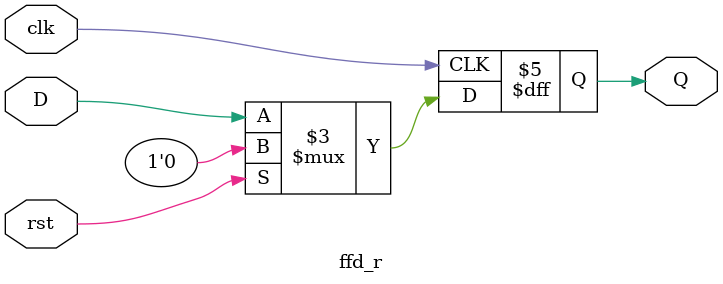
<source format=v>
/*
Program: CI Digital T2/2025
Class: Introdução à Verilog  
Class-ID: SD112
Advisor: Felipe Rocha 
Advisor-Contact: felipef.rocha@inatel.br
Institute: INATEL - Santa Rita do Sapucaí / MG  
Development: André Bezerra 
Student-Contact: andrefrbezerra@gmail.com
Task-ID: A-012
Type: Laboratory
Data: novembro, 3 2025
*/

`timescale 1 ns / 1 ps;

module ffd_r ( //  
	input D, clk, rst,
	output reg Q
);

	always @(posedge clk) begin
		// Q <= D & (~rst); 
  		if (rst)
    			Q <= 0;
  		else
    			Q <= D;
	end

endmodule

</source>
